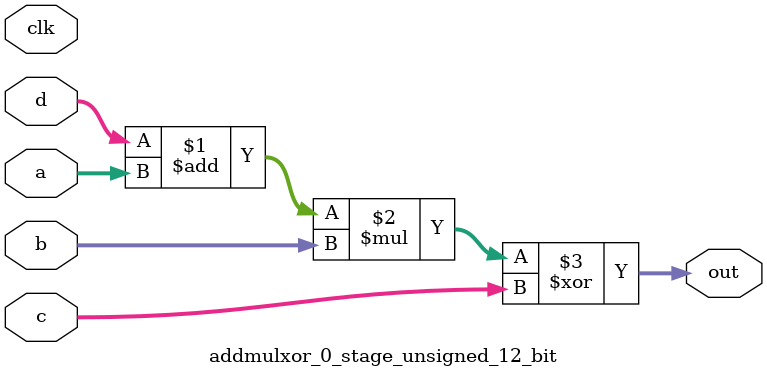
<source format=sv>
(* use_dsp = "yes" *) module addmulxor_0_stage_unsigned_12_bit(
	input  [11:0] a,
	input  [11:0] b,
	input  [11:0] c,
	input  [11:0] d,
	output [11:0] out,
	input clk);

	assign out = ((d + a) * b) ^ c;
endmodule

</source>
